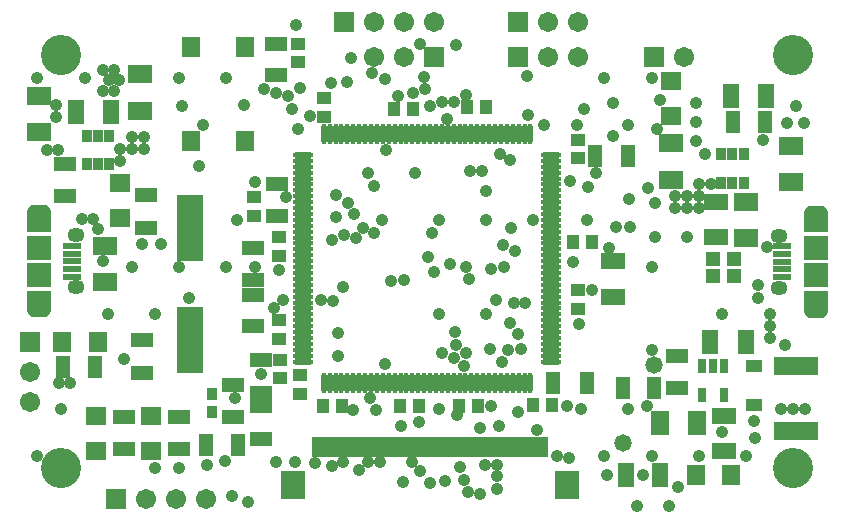
<source format=gts>
G04 Layer_Color=8388736*
%FSLAX44Y44*%
%MOMM*%
G71*
G01*
G75*
%ADD71C,1.4732*%
%ADD72R,1.3032X1.3032*%
%ADD73R,0.7516X1.2016*%
%ADD74R,1.9032X1.1532*%
%ADD75R,0.5080X1.7018*%
%ADD76R,2.0066X2.4130*%
%ADD77R,1.2032X1.1032*%
%ADD78R,0.9032X1.0532*%
%ADD79R,1.6032X1.7032*%
%ADD80R,1.1532X1.9032*%
%ADD81R,2.2032X5.7032*%
%ADD82R,1.5532X0.6032*%
%ADD83R,2.1032X2.0032*%
%ADD84R,1.1032X1.2032*%
%ADD85R,1.3532X2.0032*%
%ADD86R,2.1032X1.5532*%
%ADD87R,2.0032X1.3532*%
%ADD88R,1.7032X1.6032*%
%ADD89R,0.8532X1.1032*%
%ADD90R,1.5532X2.1032*%
%ADD91R,3.7632X1.6032*%
%ADD92R,1.4232X1.1132*%
%ADD93R,1.5032X1.7532*%
%ADD94O,1.7532X0.4532*%
%ADD95O,0.4532X1.7532*%
%ADD96R,2.1032X1.6912*%
%ADD97C,1.7032*%
%ADD98R,1.7032X1.7032*%
%ADD99O,1.4532X1.2532*%
%ADD100O,2.1032X1.4282*%
%ADD101C,3.4032*%
%ADD102R,1.7032X1.7032*%
%ADD103C,1.0432*%
D71*
X1016000Y610750D02*
D03*
X1042500Y677500D02*
D03*
D72*
X1110000Y752750D02*
D03*
Y767000D02*
D03*
X1092000D02*
D03*
Y752750D02*
D03*
D73*
X1101499Y675999D02*
D03*
X1091999D02*
D03*
X1082499D02*
D03*
Y651999D02*
D03*
X1101499D02*
D03*
D74*
X709000Y642250D02*
D03*
Y614250D02*
D03*
Y681500D02*
D03*
Y653500D02*
D03*
X685500Y633000D02*
D03*
Y660000D02*
D03*
X611750Y821250D02*
D03*
Y793250D02*
D03*
X608250Y670250D02*
D03*
Y698250D02*
D03*
X702250Y736750D02*
D03*
Y709750D02*
D03*
X722500Y803000D02*
D03*
Y830000D02*
D03*
X543000Y820250D02*
D03*
Y847250D02*
D03*
X1061500Y684500D02*
D03*
Y657500D02*
D03*
X722000Y949250D02*
D03*
Y922250D02*
D03*
X593500Y605750D02*
D03*
Y632750D02*
D03*
X640250Y605750D02*
D03*
Y632750D02*
D03*
X702250Y749500D02*
D03*
Y776500D02*
D03*
D75*
X754964Y607960D02*
D03*
X760044D02*
D03*
X765124D02*
D03*
X769950D02*
D03*
X775030D02*
D03*
X780110D02*
D03*
X784936D02*
D03*
X790016D02*
D03*
X795096D02*
D03*
X799922D02*
D03*
X805002D02*
D03*
X810082D02*
D03*
X814908D02*
D03*
X819988D02*
D03*
X825068D02*
D03*
X829894D02*
D03*
X834974D02*
D03*
X840054D02*
D03*
X844880D02*
D03*
X849960D02*
D03*
X855040D02*
D03*
X860120D02*
D03*
X864946D02*
D03*
X870026D02*
D03*
X875106D02*
D03*
X879932D02*
D03*
X885012D02*
D03*
X890092D02*
D03*
X894918D02*
D03*
X899998D02*
D03*
X905078D02*
D03*
X909904D02*
D03*
X914984D02*
D03*
X920064D02*
D03*
X924890D02*
D03*
X929970D02*
D03*
X935050D02*
D03*
X939876D02*
D03*
X944956D02*
D03*
X950036D02*
D03*
D76*
X968832Y575448D02*
D03*
X736168D02*
D03*
D77*
X725500Y681750D02*
D03*
Y665750D02*
D03*
X703750Y803000D02*
D03*
Y819000D02*
D03*
X762500Y887500D02*
D03*
Y903500D02*
D03*
X977500Y868000D02*
D03*
Y852000D02*
D03*
X978000Y740500D02*
D03*
Y724500D02*
D03*
X724500Y715500D02*
D03*
Y699500D02*
D03*
Y769500D02*
D03*
Y785500D02*
D03*
X742000Y668500D02*
D03*
Y652500D02*
D03*
X741000Y949250D02*
D03*
Y933250D02*
D03*
D78*
X668250Y637000D02*
D03*
Y652500D02*
D03*
D79*
X571000Y696750D02*
D03*
X541000D02*
D03*
X1077500Y584000D02*
D03*
X1107500D02*
D03*
D80*
X568750Y675500D02*
D03*
X541750D02*
D03*
X992000Y854000D02*
D03*
X1020000D02*
D03*
X957000Y662250D02*
D03*
X985000D02*
D03*
X1135750Y883000D02*
D03*
X1108750D02*
D03*
X1015500Y657500D02*
D03*
X1042500D02*
D03*
X689500Y609000D02*
D03*
X662500D02*
D03*
D81*
X649000Y698250D02*
D03*
Y793250D02*
D03*
D82*
X549625Y778000D02*
D03*
Y771500D02*
D03*
Y765000D02*
D03*
Y758500D02*
D03*
Y752000D02*
D03*
X1150875Y751500D02*
D03*
Y758000D02*
D03*
Y764500D02*
D03*
Y771000D02*
D03*
Y777500D02*
D03*
D83*
X521625Y753500D02*
D03*
Y776500D02*
D03*
X1178875Y776000D02*
D03*
Y753000D02*
D03*
D84*
X939500Y643000D02*
D03*
X955500D02*
D03*
X883500Y895250D02*
D03*
X899500D02*
D03*
X822250Y893750D02*
D03*
X838250D02*
D03*
X973750Y781000D02*
D03*
X989750D02*
D03*
X893000Y642750D02*
D03*
X877000D02*
D03*
X843000D02*
D03*
X827000D02*
D03*
X778000D02*
D03*
X762000D02*
D03*
D85*
X1107250Y905250D02*
D03*
X1137250D02*
D03*
X582750Y891000D02*
D03*
X552750D02*
D03*
X1047000Y584000D02*
D03*
X1018000D02*
D03*
X1119749Y696999D02*
D03*
X1089749D02*
D03*
D86*
X1157750Y831750D02*
D03*
Y862750D02*
D03*
X1056750Y833750D02*
D03*
Y864750D02*
D03*
X1119750Y815500D02*
D03*
Y784500D02*
D03*
X577000Y778000D02*
D03*
Y747000D02*
D03*
X606500Y923250D02*
D03*
Y892250D02*
D03*
X521000Y874000D02*
D03*
Y905000D02*
D03*
D87*
X1094500Y815250D02*
D03*
Y785250D02*
D03*
X1101500Y634250D02*
D03*
Y604250D02*
D03*
X1007500Y735000D02*
D03*
Y765000D02*
D03*
D88*
X1056750Y887750D02*
D03*
Y917750D02*
D03*
X589750Y801500D02*
D03*
Y831500D02*
D03*
X569750Y604250D02*
D03*
Y634250D02*
D03*
X616500Y604250D02*
D03*
Y634250D02*
D03*
D89*
X1099000Y831500D02*
D03*
X1108500D02*
D03*
X1118000D02*
D03*
Y855500D02*
D03*
X1108500D02*
D03*
X1099000D02*
D03*
X580750Y871250D02*
D03*
X571250D02*
D03*
X561750D02*
D03*
Y847250D02*
D03*
X571250D02*
D03*
X580750D02*
D03*
D90*
X1078250Y627750D02*
D03*
X1047250D02*
D03*
D91*
X1161999Y676049D02*
D03*
Y621449D02*
D03*
D92*
X1126750Y676100D02*
D03*
Y643400D02*
D03*
D93*
X650500Y866500D02*
D03*
X695500D02*
D03*
X650500Y946000D02*
D03*
X695500D02*
D03*
D94*
X955250Y695000D02*
D03*
Y855000D02*
D03*
Y850000D02*
D03*
Y845000D02*
D03*
Y840000D02*
D03*
Y835000D02*
D03*
Y830000D02*
D03*
Y825000D02*
D03*
Y820000D02*
D03*
Y815000D02*
D03*
Y810000D02*
D03*
Y805000D02*
D03*
Y800000D02*
D03*
Y795000D02*
D03*
Y790000D02*
D03*
Y785000D02*
D03*
Y780000D02*
D03*
Y775000D02*
D03*
Y770000D02*
D03*
Y765000D02*
D03*
Y760000D02*
D03*
Y755000D02*
D03*
Y750000D02*
D03*
Y745000D02*
D03*
Y740000D02*
D03*
Y735000D02*
D03*
Y730000D02*
D03*
Y725000D02*
D03*
Y720000D02*
D03*
Y715000D02*
D03*
Y710000D02*
D03*
Y705000D02*
D03*
Y700000D02*
D03*
Y690000D02*
D03*
Y685000D02*
D03*
Y680000D02*
D03*
X744750D02*
D03*
Y685000D02*
D03*
Y690000D02*
D03*
Y695000D02*
D03*
Y700000D02*
D03*
Y705000D02*
D03*
Y710000D02*
D03*
Y715000D02*
D03*
Y720000D02*
D03*
Y725000D02*
D03*
Y730000D02*
D03*
Y735000D02*
D03*
Y740000D02*
D03*
Y745000D02*
D03*
Y750000D02*
D03*
Y755000D02*
D03*
Y760000D02*
D03*
Y765000D02*
D03*
Y770000D02*
D03*
Y775000D02*
D03*
Y780000D02*
D03*
Y785000D02*
D03*
Y790000D02*
D03*
Y795000D02*
D03*
Y800000D02*
D03*
Y805000D02*
D03*
Y810000D02*
D03*
Y815000D02*
D03*
Y820000D02*
D03*
Y825000D02*
D03*
Y830000D02*
D03*
Y835000D02*
D03*
Y840000D02*
D03*
Y845000D02*
D03*
Y850000D02*
D03*
Y855000D02*
D03*
D95*
X762500Y872750D02*
D03*
X767500D02*
D03*
X772500D02*
D03*
X777500D02*
D03*
X782500D02*
D03*
X787500D02*
D03*
X792500D02*
D03*
X797500D02*
D03*
X802500D02*
D03*
X807500D02*
D03*
X812500D02*
D03*
X817500D02*
D03*
X822500D02*
D03*
X827500D02*
D03*
X832500D02*
D03*
X837500D02*
D03*
X842500D02*
D03*
X847500D02*
D03*
X852500D02*
D03*
X857500D02*
D03*
X862500D02*
D03*
X867500D02*
D03*
X872500D02*
D03*
X877500D02*
D03*
X882500D02*
D03*
X887500D02*
D03*
X892500D02*
D03*
X897500D02*
D03*
X902500D02*
D03*
X907500D02*
D03*
X912500D02*
D03*
X917500D02*
D03*
X922500D02*
D03*
X927500D02*
D03*
X932500D02*
D03*
X937500D02*
D03*
Y662250D02*
D03*
X932500D02*
D03*
X927500D02*
D03*
X922500D02*
D03*
X917500D02*
D03*
X912500D02*
D03*
X907500D02*
D03*
X902500D02*
D03*
X897500D02*
D03*
X892500D02*
D03*
X887500D02*
D03*
X882500D02*
D03*
X877500D02*
D03*
X872500D02*
D03*
X867500D02*
D03*
X862500D02*
D03*
X857500D02*
D03*
X852500D02*
D03*
X847500D02*
D03*
X842500D02*
D03*
X837500D02*
D03*
X832500D02*
D03*
X827500D02*
D03*
X822500D02*
D03*
X817500D02*
D03*
X812500D02*
D03*
X807500D02*
D03*
X802500D02*
D03*
X797500D02*
D03*
X792500D02*
D03*
X787500D02*
D03*
X782500D02*
D03*
X777500D02*
D03*
X772500D02*
D03*
X767500D02*
D03*
X762500D02*
D03*
D96*
X521625Y731560D02*
D03*
X521625Y798440D02*
D03*
X1178875Y797940D02*
D03*
X1178875Y731060D02*
D03*
D97*
X977800Y937500D02*
D03*
X952400D02*
D03*
X514000Y671350D02*
D03*
Y645950D02*
D03*
X663200Y564000D02*
D03*
X637800D02*
D03*
X612400D02*
D03*
X855700Y967500D02*
D03*
X830300D02*
D03*
X804900D02*
D03*
X805200Y937500D02*
D03*
X830600D02*
D03*
X952400Y967500D02*
D03*
X977800D02*
D03*
X1067900Y937500D02*
D03*
D98*
X927000D02*
D03*
X586250Y564000D02*
D03*
X779500Y967500D02*
D03*
X856000Y937500D02*
D03*
X927000Y967500D02*
D03*
X1042500Y937500D02*
D03*
D99*
X552875Y742750D02*
D03*
Y787250D02*
D03*
X1147625Y786750D02*
D03*
Y742250D02*
D03*
D100*
X521625Y724125D02*
D03*
Y805875D02*
D03*
X1178875Y805375D02*
D03*
Y723625D02*
D03*
D101*
X1160000Y590000D02*
D03*
Y940000D02*
D03*
X540000D02*
D03*
Y590000D02*
D03*
D102*
X514000Y696750D02*
D03*
D103*
X1100001Y620000D02*
D03*
X1090001Y830000D02*
D03*
X1080001D02*
D03*
Y820000D02*
D03*
Y810000D02*
D03*
X1070001Y820000D02*
D03*
Y810000D02*
D03*
X1060001Y820000D02*
D03*
Y810000D02*
D03*
X610000Y870001D02*
D03*
Y860001D02*
D03*
X600000Y870001D02*
D03*
Y860001D02*
D03*
X590000D02*
D03*
Y850001D02*
D03*
X949250Y880250D02*
D03*
X801265Y649505D02*
D03*
X787500Y639000D02*
D03*
X687750Y649500D02*
D03*
X894650Y568073D02*
D03*
X898750Y592750D02*
D03*
X908750Y582750D02*
D03*
X800015Y595002D02*
D03*
X1162000Y896000D02*
D03*
X1169000Y882000D02*
D03*
X1155000D02*
D03*
X1134000Y868000D02*
D03*
X970500Y598250D02*
D03*
X806500Y639250D02*
D03*
X679250Y595500D02*
D03*
X1032750Y584000D02*
D03*
X1062000Y573500D02*
D03*
X1028040Y557460D02*
D03*
X1055020Y557730D02*
D03*
X608500Y779750D02*
D03*
X624500Y779500D02*
D03*
X684750Y566500D02*
D03*
X698250Y561250D02*
D03*
X976750Y880500D02*
D03*
X982500Y893750D02*
D03*
X1007480Y899020D02*
D03*
X1007730Y870645D02*
D03*
X1070000Y785750D02*
D03*
X1043020Y785480D02*
D03*
X1042770Y813855D02*
D03*
X1077500Y882500D02*
D03*
X1044250Y877250D02*
D03*
X1077500Y899250D02*
D03*
X1047500Y901500D02*
D03*
X1037250Y827250D02*
D03*
X1077500Y867000D02*
D03*
X664000Y592500D02*
D03*
X640000Y590250D02*
D03*
X619500D02*
D03*
X547750Y662000D02*
D03*
X538500D02*
D03*
X769000Y916000D02*
D03*
X738750Y964750D02*
D03*
X725011Y757260D02*
D03*
X730750Y819500D02*
D03*
X773000Y802500D02*
D03*
X770513Y731259D02*
D03*
X778764Y742759D02*
D03*
X760500Y732250D02*
D03*
X727761Y731759D02*
D03*
X648250Y734250D02*
D03*
X774500Y704500D02*
D03*
X769263Y783011D02*
D03*
X883269Y759760D02*
D03*
X774750Y684750D02*
D03*
X1120000Y600000D02*
D03*
X1100000Y720000D02*
D03*
X1080000Y600000D02*
D03*
X1040000Y920000D02*
D03*
Y760000D02*
D03*
Y600000D02*
D03*
X1000000Y920000D02*
D03*
X1020000Y880000D02*
D03*
Y640000D02*
D03*
X1000000Y600000D02*
D03*
X980000Y640000D02*
D03*
X960000Y600000D02*
D03*
X940000Y800000D02*
D03*
X900000D02*
D03*
Y720000D02*
D03*
X840000Y840000D02*
D03*
X860000Y800000D02*
D03*
Y720000D02*
D03*
Y640000D02*
D03*
X800000Y840000D02*
D03*
X680000Y920000D02*
D03*
Y760000D02*
D03*
X640000Y920000D02*
D03*
X660000Y880000D02*
D03*
X640000Y760000D02*
D03*
X600000D02*
D03*
X620000Y720000D02*
D03*
X560000Y920000D02*
D03*
X580000Y720000D02*
D03*
X520000Y920000D02*
D03*
X540000Y640000D02*
D03*
X520000Y600000D02*
D03*
X769250Y591500D02*
D03*
X779000Y594750D02*
D03*
X792014Y588252D02*
D03*
X837016Y594752D02*
D03*
X844267Y587752D02*
D03*
X755500Y594250D02*
D03*
X738512Y595002D02*
D03*
X720250Y725250D02*
D03*
X934500Y921750D02*
D03*
X935250Y888500D02*
D03*
X844017Y948770D02*
D03*
X825000Y904500D02*
D03*
X852517Y896017D02*
D03*
X803086Y924300D02*
D03*
X804765Y829014D02*
D03*
X815515Y859265D02*
D03*
X814015Y919268D02*
D03*
X782550Y916804D02*
D03*
X985774Y800012D02*
D03*
X986500Y828000D02*
D03*
X1003775Y776511D02*
D03*
X1010275Y794012D02*
D03*
X1021750Y794000D02*
D03*
X537520Y859250D02*
D03*
X558000Y801001D02*
D03*
X528250Y859250D02*
D03*
X709000Y669500D02*
D03*
X1140001Y720000D02*
D03*
Y710000D02*
D03*
Y700000D02*
D03*
X580500Y918001D02*
D03*
X576001Y909001D02*
D03*
X585000Y927001D02*
D03*
X576001D02*
D03*
X585000Y909001D02*
D03*
X589501Y918001D02*
D03*
X576001Y765001D02*
D03*
X567001Y801001D02*
D03*
X571501Y792001D02*
D03*
X704250Y760500D02*
D03*
X971000Y833000D02*
D03*
X992774Y839764D02*
D03*
X1129750Y744750D02*
D03*
X1137500Y777000D02*
D03*
X1129750Y733750D02*
D03*
X814750Y678250D02*
D03*
X785250Y936750D02*
D03*
X862250Y687500D02*
D03*
X819516Y748010D02*
D03*
X830240Y749260D02*
D03*
X811500Y800000D02*
D03*
X772763Y821263D02*
D03*
X805250Y788750D02*
D03*
X789500Y784250D02*
D03*
X885250Y749750D02*
D03*
X914770Y760213D02*
D03*
X904270Y758510D02*
D03*
X924250Y773250D02*
D03*
X850750Y768250D02*
D03*
X869250Y762500D02*
D03*
X711750Y911200D02*
D03*
X722250Y907750D02*
D03*
X989500Y740500D02*
D03*
X751250Y887750D02*
D03*
X1002000Y583750D02*
D03*
X1085500Y855500D02*
D03*
X1040001Y690000D02*
D03*
X1170001Y640000D02*
D03*
X1160001D02*
D03*
X1150001D02*
D03*
X704000Y832000D02*
D03*
X838250Y907250D02*
D03*
X978250Y711500D02*
D03*
X536000Y886750D02*
D03*
Y897500D02*
D03*
X1127000Y629500D02*
D03*
X1127250Y615250D02*
D03*
X1035750Y642000D02*
D03*
X1153000Y694000D02*
D03*
X695259Y897517D02*
D03*
X688750Y800000D02*
D03*
X795500Y793500D02*
D03*
X856250Y755750D02*
D03*
X920750Y793500D02*
D03*
X914270Y778511D02*
D03*
X642500Y896000D02*
D03*
X740750Y877000D02*
D03*
X735250Y894250D02*
D03*
X732261Y905017D02*
D03*
X742512Y911768D02*
D03*
X843000Y629250D02*
D03*
X873250Y705250D02*
D03*
X874500Y694000D02*
D03*
X847767Y920768D02*
D03*
X866518Y885266D02*
D03*
X863000Y900000D02*
D03*
X848517Y910768D02*
D03*
X883000Y905500D02*
D03*
X873000Y900000D02*
D03*
X968750Y642250D02*
D03*
X1020525Y817263D02*
D03*
X657000Y846000D02*
D03*
X782648Y814293D02*
D03*
X787764Y805262D02*
D03*
X779250Y787250D02*
D03*
X904250Y642750D02*
D03*
X927250Y637500D02*
D03*
X828250Y625750D02*
D03*
X722000Y595000D02*
D03*
X886250Y841250D02*
D03*
X896250D02*
D03*
X911750Y856000D02*
D03*
X920520Y850515D02*
D03*
X900250Y824500D02*
D03*
X874500Y948000D02*
D03*
X943022Y622004D02*
D03*
X910750Y625500D02*
D03*
X973250Y764250D02*
D03*
X933250Y729250D02*
D03*
X881519Y676408D02*
D03*
X873018Y682757D02*
D03*
X882750Y687250D02*
D03*
X923250Y729250D02*
D03*
X903270Y691007D02*
D03*
X913770Y679256D02*
D03*
X918520Y689507D02*
D03*
X919771Y712508D02*
D03*
X929750Y690250D02*
D03*
X927250Y703000D02*
D03*
X908000Y731750D02*
D03*
X593750Y682500D02*
D03*
X852750Y577500D02*
D03*
X830000Y578000D02*
D03*
X810000Y594750D02*
D03*
X908750Y592750D02*
D03*
Y572500D02*
D03*
X881269Y579501D02*
D03*
X865500Y579250D02*
D03*
X875518Y634504D02*
D03*
X895000Y623500D02*
D03*
X854250Y789000D02*
D03*
X877500Y590750D02*
D03*
X884750Y569570D02*
D03*
M02*

</source>
